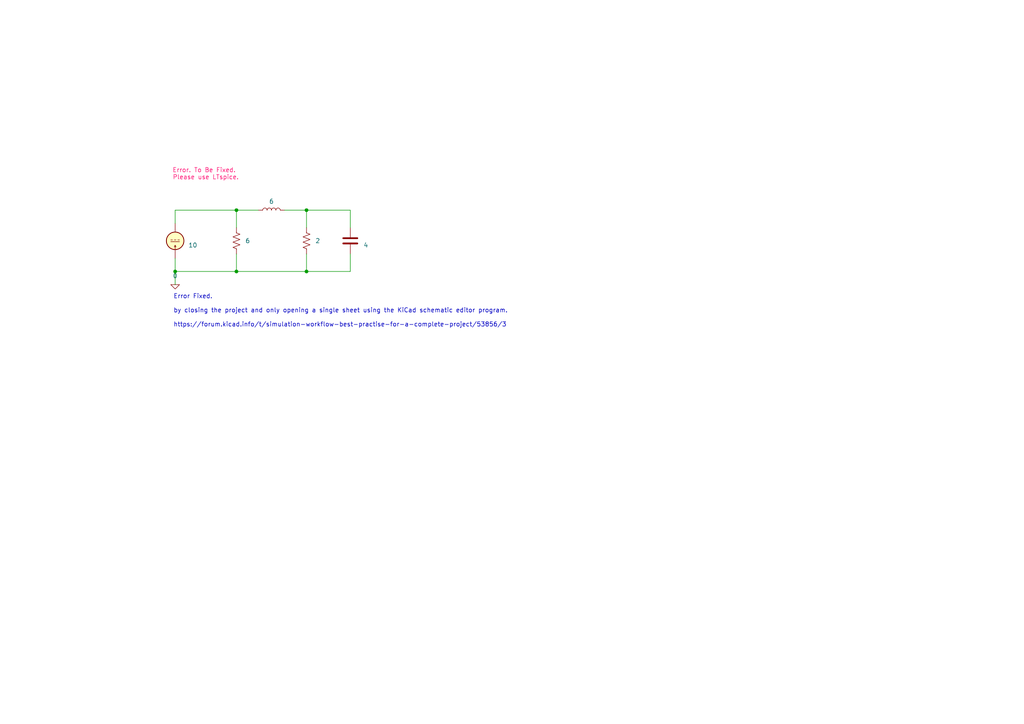
<source format=kicad_sch>
(kicad_sch (version 20250114) (generator "eeschema") (generator_version "9.0")
  (paper "A4")
  (lib_symbols
    (symbol "Device:C" (pin_numbers (hide yes)) (pin_names (offset 0.254))
      (property "Reference" "C" (at 0.635 2.54 0))
      (property "Value" "C" (at 0.635 -2.54 0))
      (symbol "C_0_1"
        (polyline (pts (xy -2.032 0.762) (xy 2.032 0.762)) (stroke (width 0.508)))
        (polyline (pts (xy -2.032 -0.762) (xy 2.032 -0.762)) (stroke (width 0.508)))
      )
      (symbol "C_1_1"
        (pin passive line (at 0 3.81 270) (length 2.794) (name "~") (number "1"))
        (pin passive line (at 0 -3.81 90) (length 2.794) (name "~") (number "2"))
      )
    )
    (symbol "Device:L" (pin_numbers (hide yes)) (pin_names (offset 1.016) (hide yes))
      (property "Reference" "L" (at -1.27 0 90))
      (property "Value" "L" (at 1.905 0 90))
      (symbol "L_0_1"
        (arc (start 0 2.54) (mid 0.6323 1.905) (end 0 1.27))
        (arc (start 0 1.27) (mid 0.6323 0.635) (end 0 0))
        (arc (start 0 0) (mid 0.6323 -0.635) (end 0 -1.27))
        (arc (start 0 -1.27) (mid 0.6323 -1.905) (end 0 -2.54))
      )
      (symbol "L_1_1"
        (pin passive line (at 0 3.81 270) (length 1.27) (name "1") (number "1"))
        (pin passive line (at 0 -3.81 90) (length 1.27) (name "2") (number "2"))
      )
    )
    (symbol "Device:R_US" (pin_numbers (hide yes)) (pin_names (offset 0))
      (property "Reference" "R" (at 2.54 0 90))
      (property "Value" "R_US" (at -2.54 0 90))
      (symbol "R_US_0_1"
        (polyline (pts (xy 0 2.286) (xy 0 2.54)))
        (polyline (pts (xy 0 2.286) (xy 1.016 1.905) (xy 0 1.524) (xy -1.016 1.143) (xy 0 0.762)))
        (polyline (pts (xy 0 0.762) (xy 1.016 0.381) (xy 0 0) (xy -1.016 -0.381) (xy 0 -0.762)))
        (polyline (pts (xy 0 -0.762) (xy 1.016 -1.143) (xy 0 -1.524) (xy -1.016 -1.905) (xy 0 -2.286)))
        (polyline (pts (xy 0 -2.286) (xy 0 -2.54)))
      )
      (symbol "R_US_1_1"
        (pin passive line (at 0 3.81 270) (length 1.27) (name "~") (number "1"))
        (pin passive line (at 0 -3.81 90) (length 1.27) (name "~") (number "2"))
      )
    )
    (symbol "R_US_1" (pin_numbers (hide yes)) (pin_names (offset 0))
      (property "Reference" "R" (at 2.54 0 90))
      (property "Value" "R_US" (at -2.54 0 90))
      (symbol "R_US_1_0_1"
        (polyline (pts (xy 0 2.286) (xy 0 2.54)))
        (polyline (pts (xy 0 2.286) (xy 1.016 1.905) (xy 0 1.524) (xy -1.016 1.143) (xy 0 0.762)))
        (polyline (pts (xy 0 0.762) (xy 1.016 0.381) (xy 0 0) (xy -1.016 -0.381) (xy 0 -0.762)))
        (polyline (pts (xy 0 -0.762) (xy 1.016 -1.143) (xy 0 -1.524) (xy -1.016 -1.905) (xy 0 -2.286)))
        (polyline (pts (xy 0 -2.286) (xy 0 -2.54)))
      )
      (symbol "R_US_1_1_1"
        (pin passive line (at 0 3.81 270) (length 1.27) (name "~") (number "1"))
        (pin passive line (at 0 -3.81 90) (length 1.27) (name "~") (number "2"))
      )
    )
    (symbol "Simulation_SPICE:0" (power) (pin_numbers (hide yes)) (pin_names (offset 0) (hide yes))
      (property "Value" "0" (at 0 -2.54 0))
      (symbol "0_0_1"
        (polyline (pts (xy -1.27 0) (xy 0 -1.27) (xy 1.27 0) (xy -1.27 0)))
      )
      (symbol "0_1_1"
        (pin power_in line (at 0 0 0) (length 0) (name "~") (number "1"))
      )
    )
    (symbol "Simulation_SPICE:IDC" (pin_numbers (hide yes)) (pin_names (offset 0.0254))
      (property "Reference" "I" (at 2.54 2.54 0))
      (property "Value" "1" (at 2.54 0 0))
      (symbol "IDC_0_0"
        (polyline (pts (xy -1.27 0.254) (xy 1.27 0.254)))
        (polyline (pts (xy -0.762 -0.254) (xy -1.27 -0.254)))
        (polyline (pts (xy 0.254 -0.254) (xy -0.254 -0.254)))
        (polyline (pts (xy 1.27 -0.254) (xy 0.762 -0.254)))
      )
      (symbol "IDC_0_1"
        (polyline (pts (xy -0.254 1.778) (xy 0 1.27) (xy 0.254 1.778)))
        (polyline (pts (xy 0 1.27) (xy 0 2.286)))
        (circle (center 0 0) (radius 2.54) (stroke (width 0.254)) (fill (type background)))
      )
      (symbol "IDC_1_1"
        (pin passive line (at 0 5.08 270) (length 2.54) (name "~") (number "1"))
        (pin passive line (at 0 -5.08 90) (length 2.54) (name "~") (number "2"))
      )
    )
  )
  (text "Error. To Be Fixed. \nPlease use LTspice.\n" (at 59.69 50.546 0) (effects (font (size 1.27 1.27))))
  (text "Error Fixed.\n\nby closing the project and only opening a single sheet using the KiCad schematic editor program.\n\nhttps://forum.kicad.info/t/simulation-workflow-best-practise-for-a-complete-project/53856/3" (at 50.292 90.17 0) (effects (font (size 1.27 1.27)) (justify left)))
  (junction (at 88.9 60.96))
  (junction (at 88.9 78.74))
  (junction (at 68.58 78.74))
  (junction (at 50.8 78.74))
  (junction (at 68.58 60.96))
  (wire (pts (xy 68.58 73.66) (xy 68.58 78.74)))
  (wire (pts (xy 50.8 78.74) (xy 50.8 82.55)))
  (wire (pts (xy 50.8 78.74) (xy 68.58 78.74)))
  (wire (pts (xy 82.55 60.96) (xy 88.9 60.96)))
  (wire (pts (xy 88.9 73.66) (xy 88.9 78.74)))
  (wire (pts (xy 68.58 78.74) (xy 88.9 78.74)))
  (wire (pts (xy 68.58 60.96) (xy 68.58 66.04)))
  (wire (pts (xy 101.6 60.96) (xy 101.6 66.04)))
  (wire (pts (xy 68.58 60.96) (xy 74.93 60.96)))
  (wire (pts (xy 50.8 64.77) (xy 50.8 60.96)))
  (wire (pts (xy 88.9 60.96) (xy 101.6 60.96)))
  (wire (pts (xy 88.9 60.96) (xy 88.9 66.04)))
  (wire (pts (xy 101.6 73.66) (xy 101.6 78.74)))
  (wire (pts (xy 50.8 60.96) (xy 68.58 60.96)))
  (wire (pts (xy 88.9 78.74) (xy 101.6 78.74)))
  (wire (pts (xy 50.8 74.93) (xy 50.8 78.74)))
  (symbol (lib_name "R_US_1") (lib_id "Device:R_US") (at 68.58 69.85 0) (unit 1)
    (property "Reference" "R1" (effects (hide yes)))
    (property "Value" "6" (at 71.12 69.8499 0) (effects (justify left)))
    (property "Description" "Resistor, US symbol" (effects (hide yes)))
  )
  (symbol (lib_id "Device:C") (at 101.6 69.85 0) (unit 1)
    (property "Reference" "C1" (effects (hide yes)))
    (property "Value" "4" (at 105.41 71.1199 0) (effects (justify left)))
    (property "Description" "Unpolarized capacitor" (effects (hide yes)))
  )
  (symbol (lib_id "Simulation_SPICE:IDC") (at 50.8 69.85 180) (unit 1)
    (property "Reference" "I1" (effects (hide yes)))
    (property "Value" "10" (at 54.61 71.1199 0) (effects (justify right)))
    (property "Datasheet" "https://ngspice.sourceforge.io/docs/ngspice-html-manual/manual.xhtml#sec_Independent_Sources_for" (effects (hide yes)))
    (property "Description" "Current source, DC" (effects (hide yes)))
    (property "Sim.Pins" "1=+ 2=-" (effects (hide yes)))
    (property "Sim.Type" "DC" (effects (hide yes)))
    (property "Sim.Device" "I" (effects (hide yes)))
  )
  (symbol (lib_id "Device:L") (at 78.74 60.96 90) (unit 1)
    (property "Reference" "L1" (effects (hide yes)))
    (property "Value" "6" (at 78.74 58.42 90))
    (property "Description" "Inductor" (effects (hide yes)))
  )
  (symbol (lib_id "Device:R_US") (at 88.9 69.85 0) (unit 1)
    (property "Reference" "R2" (effects (hide yes)))
    (property "Value" "2" (at 91.44 69.8499 0) (effects (justify left)))
    (property "Description" "Resistor, US symbol" (effects (hide yes)))
  )
  (symbol (lib_id "Simulation_SPICE:0") (at 50.8 82.55 0) (unit 1)
    (property "Reference" "#GND0101" (effects (hide yes)))
    (property "Value" "0" (at 50.8 80.01 0))
    (property "Datasheet" "https://ngspice.sourceforge.io/docs/ngspice-html-manual/manual.xhtml#subsec_Circuit_elements__device" (effects (hide yes)))
    (property "Description" "0V reference potential for simulation" (effects (hide yes)))
  )
)
</source>
